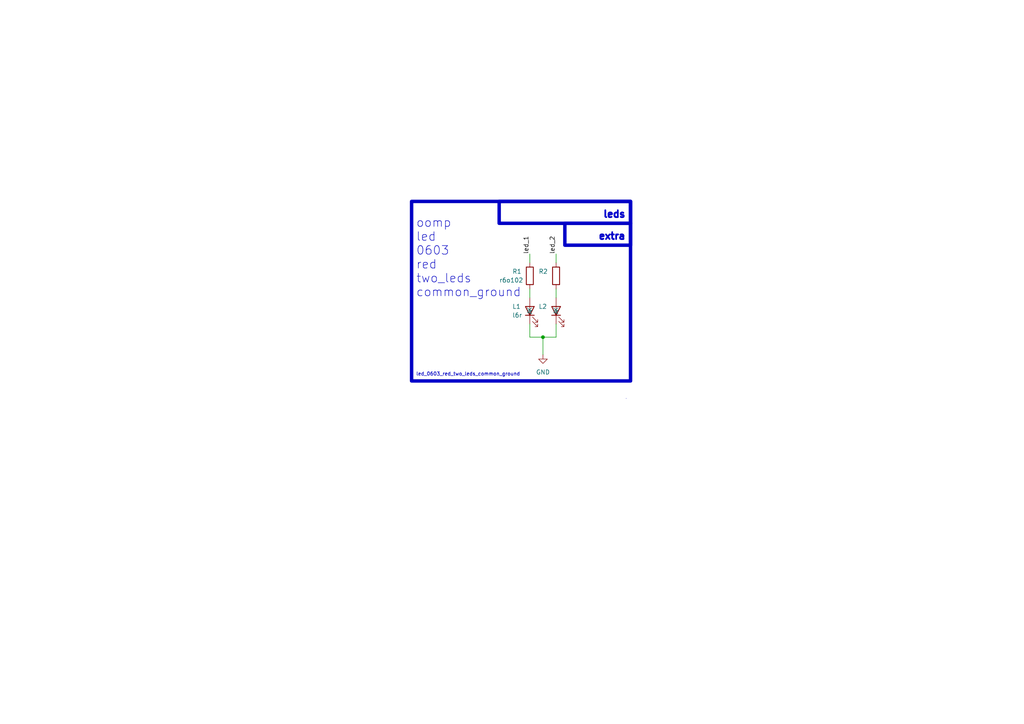
<source format=kicad_sch>
(kicad_sch (version 20230121) (generator eeschema)
  (paper "A4")
  (lib_symbols
    (symbol "oomlout_oomp_part_symbols:l6r_electronic_led_0603_red" (pin_numbers hide) (pin_names (offset 1.016))
      (property "Reference" "L" (at 0 2.54 0))
      (property "Value" "l6r_electronic_led_0603_red" (at 0 -2.54 0))
      (symbol "l6r_electronic_led_0603_red_0_1"
        (polyline (pts (xy -1.27 -1.27) (xy -1.27 1.27)) (stroke (width 0.254)))
        (polyline (pts (xy -1.27 0) (xy 1.27 0)))
        (polyline (pts (xy 1.27 -1.27) (xy 1.27 1.27) (xy -1.27 0) (xy 1.27 -1.27)) (stroke (width 0.254)))
        (polyline (pts (xy -3.048 -0.762) (xy -4.572 -2.286) (xy -3.81 -2.286) (xy -4.572 -2.286) (xy -4.572 -1.524)))
        (polyline (pts (xy -1.778 -0.762) (xy -3.302 -2.286) (xy -2.54 -2.286) (xy -3.302 -2.286) (xy -3.302 -1.524)))
      )
      (symbol "l6r_electronic_led_0603_red_1_1"
        (pin passive line (at -3.81 0 0) (length 2.54) (name "K") (number "1"))
        (pin passive line (at 3.81 0 180) (length 2.54) (name "A") (number "2"))
      )
    )
    (symbol "oomlout_oomp_part_symbols:r6o102_electronic_resistor_0603_1000_ohm" (pin_numbers hide) (pin_names (offset 0))
      (property "Reference" "R" (at 2.032 0 90))
      (property "Value" "r6o102_electronic_resistor_0603_1000_ohm" (at 0 0 90))
      (symbol "r6o102_electronic_resistor_0603_1000_ohm_0_1"
        (rectangle (start -1.016 -2.54) (end 1.016 2.54) (stroke (width 0.254)))
      )
      (symbol "r6o102_electronic_resistor_0603_1000_ohm_1_1"
        (pin passive line (at 0 3.81 270) (length 1.27) (name "~") (number "1"))
        (pin passive line (at 0 -3.81 90) (length 1.27) (name "~") (number "2"))
      )
    )
    (symbol "power:GND" (power) (pin_names (offset 0))
      (property "Value" "GND" (at 0 -3.81 0))
      (symbol "GND_0_1"
        (polyline (pts (xy 0 0) (xy 0 -1.27) (xy 1.27 -1.27) (xy 0 -2.54) (xy -1.27 -1.27) (xy 0 -1.27)))
      )
      (symbol "GND_1_1"
        (pin power_in line (at 0 0 270) (length 0) hide (name "GND") (number "1"))
      )
    )
  )
  (junction (at 157.48 97.79))
  (wire (pts (xy 153.67 83.82) (xy 153.67 86.36)))
  (wire (pts (xy 161.29 93.98) (xy 161.29 97.79)))
  (wire (pts (xy 157.48 97.79) (xy 157.48 102.87)))
  (wire (pts (xy 153.67 97.79) (xy 157.48 97.79)))
  (wire (pts (xy 161.29 73.66) (xy 161.29 76.2)))
  (wire (pts (xy 153.67 73.66) (xy 153.67 76.2)))
  (wire (pts (xy 161.29 83.82) (xy 161.29 86.36)))
  (wire (pts (xy 157.48 97.79) (xy 161.29 97.79)))
  (wire (pts (xy 153.67 93.98) (xy 153.67 97.79)))
  (rectangle (start 163.83 64.77) (end 182.88 71.12) (stroke (width 1)))
  (rectangle (start 144.78 58.42) (end 182.88 64.77) (stroke (width 1)))
  (rectangle (start 119.38 58.42) (end 182.88 110.49) (stroke (width 1)))
  (rectangle (start 181.61 115.57) (end 181.61 115.57))
  (text "extra" (at 181.61 69.85 0) (effects (font (size 2 2) (thickness 0.8) bold) (justify right bottom)))
  (text "oomp\nled\n0603\nred\ntwo_leds\ncommon_ground\n" (at 120.65 86.36 0) (effects (font (size 2.5 2.5)) (justify left bottom)))
  (text "led_0603_red_two_leds_common_ground" (at 120.65 109.22 0) (effects (font (size 1 1)) (justify left bottom)))
  (text "leds" (at 181.61 63.5 0) (effects (font (size 2 2) (thickness 0.8) bold) (justify right bottom)))
  (label "led_2" (at 161.29 73.66 90))
  (label "led_1" (at 153.67 73.66 90))
  (symbol (lib_id "oomlout_oomp_part_symbols:l6r_electronic_led_0603_red") (at 161.29 90.17 90) (unit 1)
    (property "Reference" "L2" (at 156.21 88.9 90) (effects (justify right)))
    (property "Value" "l6r" (effects hide))
    (property "Footprint" "l6r_electronic_led_0603_red" (effects hide))
    (property "Datasheet" "https://github.com/oomlout/oomlout_oomp_v3/parts/electronic_led_0603_red/datasheet.pdf" (effects hide))
  )
  (symbol (lib_id "oomlout_oomp_part_symbols:l6r_electronic_led_0603_red") (at 153.67 90.17 90) (unit 1)
    (property "Reference" "L1" (at 148.59 88.9 90) (effects (justify right)))
    (property "Value" "l6r" (at 148.59 91.44 90) (effects (justify right)))
    (property "Footprint" "l6r_electronic_led_0603_red" (effects hide))
    (property "Datasheet" "https://github.com/oomlout/oomlout_oomp_v3/parts/electronic_led_0603_red/datasheet.pdf" (effects hide))
  )
  (symbol (lib_id "power:GND") (at 157.48 102.87 0) (unit 1)
    (property "Reference" "#PWR02" (effects hide))
    (property "Value" "GND" (at 157.48 107.95 0))
  )
  (symbol (lib_id "oomlout_oomp_part_symbols:r6o102_electronic_resistor_0603_1000_ohm") (at 153.67 80.01 180) (unit 1)
    (property "Reference" "R1" (at 148.59 78.74 0) (effects (justify right)))
    (property "Value" "r6o102" (at 144.78 81.28 0) (effects (justify right)))
    (property "Footprint" "r6o102_electronic_resistor_0603_1000_ohm" (effects hide))
    (property "Datasheet" "https://github.com/oomlout/oomlout_oomp_v3/parts/electronic_resistor_0603_1000_ohm/datasheet.pdf" (effects hide))
  )
  (symbol (lib_id "oomlout_oomp_part_symbols:r6o102_electronic_resistor_0603_1000_ohm") (at 161.29 80.01 180) (unit 1)
    (property "Reference" "R2" (at 156.21 78.74 0) (effects (justify right)))
    (property "Value" "r6o102" (effects hide))
    (property "Footprint" "r6o102_electronic_resistor_0603_1000_ohm" (effects hide))
    (property "Datasheet" "https://github.com/oomlout/oomlout_oomp_v3/parts/electronic_resistor_0603_1000_ohm/datasheet.pdf" (effects hide))
  )
)
</source>
